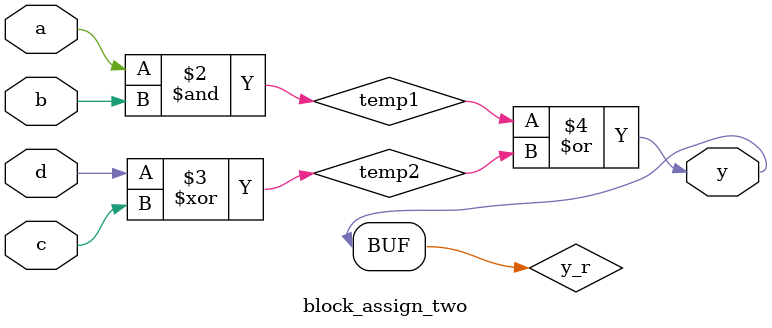
<source format=v>

module block_assign_two
        (
            input a,
            input b,
            input c,
            input d,
            
            output y        
        );
    
    reg temp1;
    reg temp2;
    reg y_r;
    
    assign y = y_r;
    
    always @(a, b, c, d)
    begin
        temp1 = a & b;
        temp2 = d ^ c;
        y_r = temp1 | temp2;
    end    
endmodule
// END OF block_assign_two.v FILE ***************************************************

    
   
</source>
